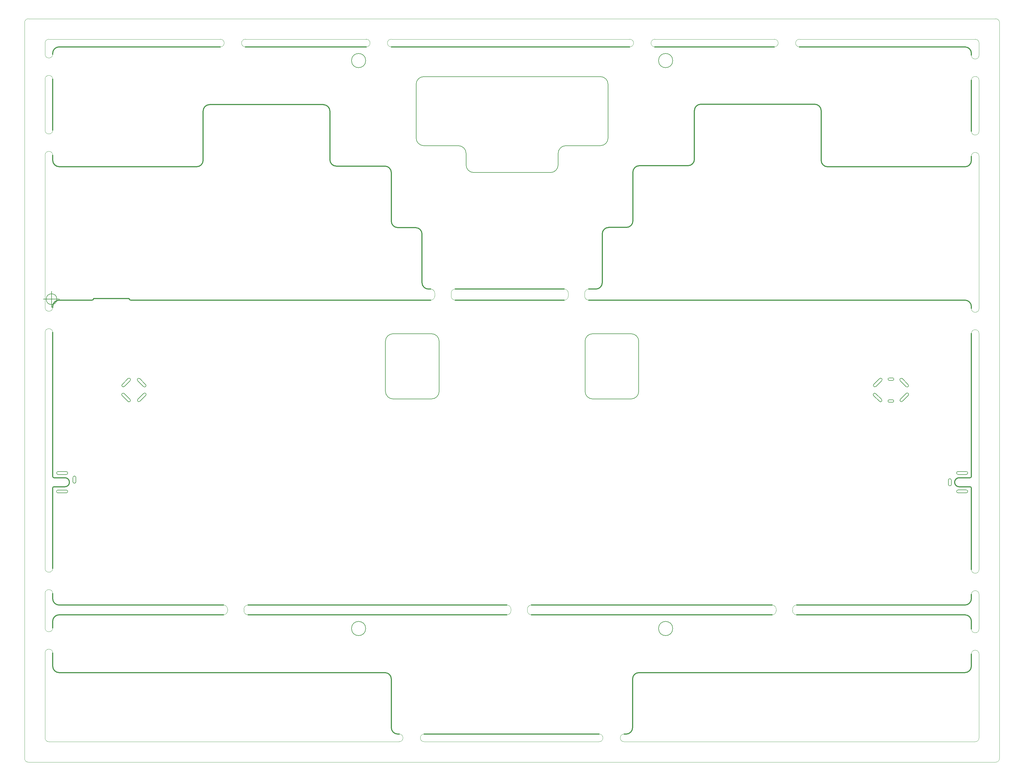
<source format=gm1>
G04 #@! TF.GenerationSoftware,KiCad,Pcbnew,(6.0.10-0)*
G04 #@! TF.CreationDate,2023-02-15T16:22:52+09:00*
G04 #@! TF.ProjectId,Sandy,53616e64-792e-46b6-9963-61645f706362,v.0*
G04 #@! TF.SameCoordinates,Original*
G04 #@! TF.FileFunction,Profile,NP*
%FSLAX46Y46*%
G04 Gerber Fmt 4.6, Leading zero omitted, Abs format (unit mm)*
G04 Created by KiCad (PCBNEW (6.0.10-0)) date 2023-02-15 16:22:52*
%MOMM*%
%LPD*%
G01*
G04 APERTURE LIST*
G04 #@! TA.AperFunction,Profile*
%ADD10C,0.150000*%
G04 #@! TD*
G04 #@! TA.AperFunction,Profile*
%ADD11C,0.300000*%
G04 #@! TD*
G04 #@! TA.AperFunction,Profile*
%ADD12C,0.120000*%
G04 #@! TD*
G04 #@! TA.AperFunction,Profile*
%ADD13C,0.100000*%
G04 #@! TD*
G04 APERTURE END LIST*
D10*
X22725101Y-99631530D02*
G75*
G03*
X22725101Y-99631530I-1666666J0D01*
G01*
X18558435Y-99631530D02*
X23558435Y-99631530D01*
X21058435Y-97131530D02*
X21058435Y-102131530D01*
D11*
X137983435Y-96500240D02*
X138660935Y-96498133D01*
D12*
X80727185Y-196301147D02*
X80727185Y-195799383D01*
D11*
X25208435Y-155031490D02*
X21808435Y-155031490D01*
D10*
X127024060Y-110347155D02*
X138930310Y-110347155D01*
D12*
X19041399Y-20159615D02*
X19041399Y-23617651D01*
D11*
X302608435Y-155031490D02*
X306008435Y-155031490D01*
X21422649Y-23617651D02*
X21408435Y-23350240D01*
D12*
X186444685Y-98661490D02*
X186444685Y-97766026D01*
D11*
X128458435Y-77425240D02*
X133983435Y-77425240D01*
X118676560Y-21350240D02*
X81195935Y-21350240D01*
D10*
X23033475Y-158831890D02*
X25579060Y-158831890D01*
X45458475Y-124881890D02*
X43658475Y-126681890D01*
D11*
X70078435Y-39264454D02*
X105398435Y-39275240D01*
X21422649Y-102198901D02*
X21408435Y-101931490D01*
X201308435Y-232562740D02*
X201308435Y-217487740D01*
D12*
X181364685Y-97768133D02*
X181364685Y-98663597D01*
D10*
X304858475Y-154006890D02*
X302312890Y-154006890D01*
X27696649Y-156306530D02*
X27696648Y-154990233D01*
D11*
X306408435Y-191250115D02*
X306408435Y-192531490D01*
X304408435Y-197562740D02*
X252198435Y-197562740D01*
X302608435Y-157831490D02*
X306008435Y-157831490D01*
D10*
X45358473Y-130681892D02*
X43558472Y-128881893D01*
D11*
X180094685Y-99933597D02*
X146280935Y-99931490D01*
X203408435Y-58222882D02*
X218488435Y-58212882D01*
X68078435Y-56536026D02*
X68078435Y-41264454D01*
D12*
X308789685Y-235753365D02*
X308789685Y-234562740D01*
D13*
X308789685Y-47511990D02*
X308789685Y-31706365D01*
D11*
X306408435Y-213498526D02*
X306408435Y-209728615D01*
X203308435Y-215487740D02*
X304408435Y-215498526D01*
X162314685Y-194531490D02*
X81997185Y-194529383D01*
X135983435Y-94500240D02*
X135983435Y-79425240D01*
D10*
X134167810Y-32956530D02*
X134167810Y-49625250D01*
D12*
X20232024Y-18968990D02*
X73427185Y-18968990D01*
D11*
X23422649Y-215498526D02*
X124462649Y-215487740D01*
D12*
X245848435Y-195803597D02*
X245848435Y-196305361D01*
X126445310Y-18968990D02*
X200432810Y-18968990D01*
D11*
X107398435Y-56350240D02*
X107398435Y-41275240D01*
X304408435Y-194531490D02*
X252198435Y-194531490D01*
X222488435Y-39137882D02*
X257808435Y-39148668D01*
D10*
X304858475Y-159731890D02*
X302312890Y-159731890D01*
D11*
X187714685Y-96496026D02*
X189908435Y-96496026D01*
D12*
X250928435Y-196303254D02*
X250928435Y-195801490D01*
D13*
X308789685Y-234562740D02*
X308789685Y-209728615D01*
D11*
X306408435Y-154631490D02*
X306408435Y-110287615D01*
X261808435Y-58550240D02*
X304408435Y-58564454D01*
X306408435Y-23937615D02*
X306408435Y-23350240D01*
X304408435Y-21350240D02*
X253061560Y-21350240D01*
D10*
X136549060Y-52006645D02*
X147264685Y-52006530D01*
D11*
X193908435Y-77364454D02*
X199408435Y-77354454D01*
D10*
X304787764Y-153087653D02*
X302242179Y-153087654D01*
D11*
X306408435Y-102518865D02*
X306408435Y-101931490D01*
X126462649Y-232562740D02*
X126462649Y-217487740D01*
X23408435Y-99931490D02*
X33608435Y-99931490D01*
D10*
X278508434Y-130681534D02*
X276708433Y-128881535D01*
D11*
X21422649Y-213498526D02*
X21422649Y-209408651D01*
D12*
X139930935Y-97768133D02*
X139930935Y-98663597D01*
X313949060Y-12618990D02*
X13882024Y-12618990D01*
X75647185Y-195801490D02*
X75647185Y-196303254D01*
D11*
X21408435Y-154631490D02*
X21422649Y-109967651D01*
D10*
X188936560Y-130587780D02*
X200842810Y-130587780D01*
D11*
X306408435Y-56564454D02*
X306408435Y-55280740D01*
D13*
X308789685Y-102518865D02*
X308789685Y-55280740D01*
D10*
X186555310Y-112728405D02*
X186555310Y-128206530D01*
X281958435Y-124831530D02*
X280958400Y-124831510D01*
X149645935Y-54387780D02*
X149645935Y-57959612D01*
D11*
X244578435Y-197575361D02*
X169934685Y-197571147D01*
X128462649Y-234562740D02*
X128892810Y-234562740D01*
D10*
X23033475Y-153106890D02*
X25579060Y-153106890D01*
D13*
X315139685Y-21350240D02*
X315139685Y-234562740D01*
D10*
X124642810Y-112728405D02*
X124642810Y-128206530D01*
D12*
X136661560Y-236943990D02*
X190914685Y-236943990D01*
X145010935Y-98661490D02*
X145010935Y-97766026D01*
D11*
X245292810Y-21350240D02*
X208201560Y-21350240D01*
D12*
X315139685Y-234562740D02*
X315139685Y-242103365D01*
D11*
X109398435Y-58350240D02*
X124458435Y-58350240D01*
D10*
X44758476Y-124281891D02*
X42958477Y-126081892D01*
D11*
X21808435Y-157831490D02*
X25208435Y-157831490D01*
X162314685Y-197573254D02*
X81997185Y-197571147D01*
D13*
X308789685Y-201959865D02*
X308789685Y-191250115D01*
D12*
X198683435Y-236943990D02*
X307599060Y-236943990D01*
D13*
X19041399Y-102198901D02*
X19041399Y-54960776D01*
D12*
X163584685Y-195801490D02*
X163584685Y-196303254D01*
D11*
X21422649Y-56521812D02*
X21422649Y-54960776D01*
D13*
X19041399Y-201639901D02*
X19041399Y-190930151D01*
D11*
X220488435Y-56212882D02*
X220488435Y-41137882D01*
D10*
X50308474Y-129481889D02*
X48508474Y-131281889D01*
D13*
X19041399Y-47192026D02*
X19041399Y-31386401D01*
D10*
X188936560Y-110347155D02*
X200842810Y-110347155D01*
X280933435Y-130831172D02*
X281933470Y-130831192D01*
X286158433Y-128881532D02*
X284358434Y-130681533D01*
D12*
X19041399Y-235753365D02*
X19041399Y-234562740D01*
X20232024Y-236943990D02*
X128892810Y-236943990D01*
D11*
X191908435Y-94496026D02*
X191908435Y-79364454D01*
D12*
X168664685Y-196301147D02*
X168664685Y-195799383D01*
D11*
X21422649Y-47192026D02*
X21422649Y-31386401D01*
D10*
X203224060Y-112728405D02*
X203224060Y-128206530D01*
X152027185Y-60340862D02*
X175839685Y-60340947D01*
D12*
X308789685Y-21350240D02*
X308789685Y-23937615D01*
D13*
X308789685Y-183481365D02*
X308789685Y-110287615D01*
D10*
X286158435Y-126781530D02*
X284358435Y-124981530D01*
D12*
X308789685Y-20159615D02*
X308789685Y-21350240D01*
D11*
X198683435Y-234562740D02*
X199308435Y-234562740D01*
X126458435Y-75425240D02*
X126458435Y-60350240D01*
D12*
X315139685Y-21350240D02*
X315139685Y-13809615D01*
D10*
X49608477Y-126781888D02*
X47808477Y-124981888D01*
D13*
X19041399Y-183161401D02*
X19041399Y-109967651D01*
D11*
X73427185Y-21350240D02*
X23408435Y-21350240D01*
D12*
X253061560Y-18968990D02*
X307599060Y-18968990D01*
D10*
X44758474Y-131381891D02*
X42958474Y-129581891D01*
D11*
X259808435Y-56550240D02*
X259808435Y-41148668D01*
X23422649Y-58521812D02*
X66078435Y-58536026D01*
X306408435Y-201959865D02*
X306408435Y-199562740D01*
D12*
X208201560Y-18968990D02*
X245292810Y-18968990D01*
D10*
X281958435Y-124031530D02*
X280958400Y-124031510D01*
D11*
X136661560Y-234562740D02*
X190914685Y-234562740D01*
X244578435Y-194533597D02*
X169934685Y-194529383D01*
X138660935Y-99933597D02*
X45608435Y-99931490D01*
D10*
X300195301Y-155753767D02*
X300195302Y-157070064D01*
D11*
X146280935Y-96496026D02*
X180094685Y-96498133D01*
D12*
X12691399Y-234562740D02*
X12691399Y-242103365D01*
D11*
X74377185Y-197573254D02*
X23408435Y-197562740D01*
D10*
X23104186Y-154026127D02*
X25649771Y-154026126D01*
D11*
X21422649Y-201639901D02*
X21408435Y-199562740D01*
D13*
X12691399Y-234562740D02*
X12691399Y-13809615D01*
X19041399Y-234562740D02*
X19041399Y-209408651D01*
D12*
X313949060Y-243293990D02*
X13882024Y-243293990D01*
D10*
X286758434Y-126081531D02*
X284958433Y-124281532D01*
D11*
X21422649Y-183161401D02*
X21408435Y-158231490D01*
D10*
X193699060Y-32956530D02*
X193699060Y-49625250D01*
X49608475Y-128881890D02*
X47808476Y-130681891D01*
X50208476Y-126081889D02*
X48408475Y-124281890D01*
X178220935Y-54387865D02*
X178220935Y-57959697D01*
D11*
X201408435Y-75354454D02*
X201408435Y-60222882D01*
D10*
X280933435Y-131631172D02*
X281933470Y-131631192D01*
D12*
X81195935Y-18968990D02*
X118676560Y-18968990D01*
D11*
X34108435Y-99431490D02*
X45108435Y-99431490D01*
X126445310Y-21350240D02*
X200432810Y-21350240D01*
D10*
X304787764Y-158812653D02*
X302242179Y-158812654D01*
D11*
X74377185Y-194531490D02*
X23408435Y-194531490D01*
D10*
X299276065Y-155824479D02*
X299276066Y-157140775D01*
X180602185Y-52006615D02*
X191317810Y-52006500D01*
X28615885Y-156235818D02*
X28615884Y-154919522D01*
D11*
X306408435Y-47511990D02*
X306408435Y-31706365D01*
D10*
X286858432Y-129481531D02*
X285058432Y-131281531D01*
X277908435Y-131381533D02*
X276108435Y-129581533D01*
D11*
X306408435Y-158231490D02*
X306408435Y-183481365D01*
X21408435Y-192531490D02*
X21422649Y-190930151D01*
D10*
X127024060Y-130587780D02*
X138930310Y-130587780D01*
D11*
X304408435Y-99931490D02*
X187714685Y-99931490D01*
D10*
X277908437Y-124281533D02*
X276108438Y-126081534D01*
X136549060Y-30575280D02*
X191317810Y-30575280D01*
X23104186Y-159751127D02*
X25649771Y-159751126D01*
X278608436Y-124881532D02*
X276808436Y-126681532D01*
X141311560Y-112728405D02*
X141311560Y-128206530D01*
D11*
X26608435Y-156431490D02*
G75*
G03*
X25208435Y-155031490I-1400002J-2D01*
G01*
D12*
X190914685Y-236944000D02*
G75*
G03*
X190914685Y-234562740I0J1190630D01*
G01*
D11*
X218488435Y-58212830D02*
G75*
G03*
X220488435Y-56212882I100J1999900D01*
G01*
X306408425Y-23350240D02*
G75*
G03*
X304408435Y-21350240I-2000090J-90D01*
G01*
X304408435Y-194531530D02*
G75*
G03*
X306408435Y-192531490I0J2000000D01*
G01*
D12*
X306408435Y-23937615D02*
G75*
G03*
X308789685Y-23937615I1190625J0D01*
G01*
D11*
X25208435Y-157831490D02*
G75*
G03*
X26608435Y-156431490I-2J1400002D01*
G01*
X135983435Y-79425240D02*
G75*
G03*
X133983435Y-77425240I-1999999J1D01*
G01*
D12*
X180094685Y-99933600D02*
G75*
G03*
X181364685Y-98663597I0J1270000D01*
G01*
D11*
X21808435Y-157831490D02*
G75*
G03*
X21408435Y-158231490I-1J-399999D01*
G01*
D12*
X308789685Y-209728615D02*
G75*
G03*
X306408435Y-209728615I-1190625J0D01*
G01*
D10*
X149645935Y-54387780D02*
G75*
G03*
X147264685Y-52006530I-2381199J51D01*
G01*
X47808475Y-130681890D02*
G75*
G03*
X48508473Y-131281888I350014J-299981D01*
G01*
D12*
X313949060Y-243293980D02*
G75*
G03*
X315139685Y-242103365I75J1190550D01*
G01*
X198683435Y-234562750D02*
G75*
G03*
X198683435Y-236943990I0J-1190620D01*
G01*
D11*
X259808497Y-41148668D02*
G75*
G03*
X257808435Y-39148668I-1999962J38D01*
G01*
D12*
X308789685Y-31706365D02*
G75*
G03*
X306408435Y-31706365I-1190625J0D01*
G01*
X306408435Y-183481365D02*
G75*
G03*
X308789685Y-183481365I1190625J0D01*
G01*
D11*
X306008435Y-155031530D02*
G75*
G03*
X306408435Y-154631490I0J400000D01*
G01*
D12*
X19041399Y-235753365D02*
G75*
G03*
X20232024Y-236943990I1190581J-44D01*
G01*
X315139675Y-13809615D02*
G75*
G03*
X313949060Y-12618990I-1190640J-15D01*
G01*
X208201560Y-18969020D02*
G75*
G03*
X208201560Y-21350240I-25J-1190610D01*
G01*
D11*
X189908435Y-96496030D02*
G75*
G03*
X191908435Y-94496026I80J1999920D01*
G01*
D12*
X74377185Y-197573254D02*
G75*
G03*
X75647185Y-196303254I1J1269999D01*
G01*
X21422649Y-109967651D02*
G75*
G03*
X19041399Y-109967651I-1190625J0D01*
G01*
D10*
X23033475Y-153106891D02*
G75*
G03*
X23104187Y-154026127I35345J-459619D01*
G01*
X134167810Y-49625250D02*
G75*
G03*
X136549060Y-52006500I2381168J-82D01*
G01*
X281933470Y-131631268D02*
G75*
G03*
X281933470Y-130831192I-135J400038D01*
G01*
X193699055Y-32956530D02*
G75*
G03*
X191317810Y-30575280I-2381270J-20D01*
G01*
D12*
X80727185Y-196301147D02*
G75*
G03*
X81997185Y-197571147I1270011J11D01*
G01*
D10*
X281958435Y-124831530D02*
G75*
G03*
X281958435Y-124031530I100J400000D01*
G01*
D11*
X23408435Y-197562740D02*
G75*
G03*
X21408435Y-199562740I-1J-1999999D01*
G01*
D12*
X139930935Y-97768133D02*
G75*
G03*
X138660935Y-96498133I-1269999J1D01*
G01*
D11*
X126458435Y-60350240D02*
G75*
G03*
X124458435Y-58350240I-1999999J1D01*
G01*
D10*
X286158366Y-126781611D02*
G75*
G03*
X286758434Y-126081531I299869J350181D01*
G01*
X124642810Y-128206530D02*
G75*
G03*
X127024060Y-130587780I2381247J-3D01*
G01*
X175839685Y-60340950D02*
G75*
G03*
X178220935Y-57959697I30J2381220D01*
G01*
X27696649Y-156306530D02*
G75*
G03*
X28615885Y-156235818I459622J35300D01*
G01*
D11*
X199308435Y-234562730D02*
G75*
G03*
X201308435Y-232562740I0J2000000D01*
G01*
X306408475Y-158231490D02*
G75*
G03*
X306008435Y-157831490I-400040J-40D01*
G01*
D10*
X127024060Y-110347155D02*
G75*
G03*
X124642810Y-112728405I-89J-2381161D01*
G01*
D11*
X126462649Y-232562740D02*
G75*
G03*
X128462649Y-234562740I1999999J-1D01*
G01*
D12*
X126445310Y-18968990D02*
G75*
G03*
X126445310Y-21350240I0J-1190625D01*
G01*
X308789675Y-20159615D02*
G75*
G03*
X307599060Y-18968990I-1190640J-15D01*
G01*
D10*
X276708366Y-128881613D02*
G75*
G03*
X276108436Y-129581532I-300131J-349817D01*
G01*
D11*
X107398435Y-56350240D02*
G75*
G03*
X109398435Y-58350240I1999999J-1D01*
G01*
D12*
X186444675Y-98661490D02*
G75*
G03*
X187714685Y-99931490I1269960J-40D01*
G01*
X162314685Y-197573254D02*
G75*
G03*
X163584685Y-196303254I1J1269999D01*
G01*
X75647185Y-195801490D02*
G75*
G03*
X74377185Y-194531490I-1269999J1D01*
G01*
X306408435Y-47511990D02*
G75*
G03*
X308789685Y-47511990I1190625J0D01*
G01*
D11*
X304408435Y-58564530D02*
G75*
G03*
X306408435Y-56564454I-100J2000100D01*
G01*
X193908435Y-77364450D02*
G75*
G03*
X191908435Y-79364454I-60J-1999940D01*
G01*
X70078435Y-39264454D02*
G75*
G03*
X68078435Y-41264454I-1J-1999999D01*
G01*
D12*
X306408435Y-201959865D02*
G75*
G03*
X308789685Y-201959865I1190625J0D01*
G01*
D11*
X302608435Y-155031530D02*
G75*
G03*
X301208435Y-156431490I0J-1400000D01*
G01*
D12*
X118676560Y-21350240D02*
G75*
G03*
X118676560Y-18968990I0J1190625D01*
G01*
X21422649Y-190930151D02*
G75*
G03*
X19041399Y-190930151I-1190625J0D01*
G01*
D10*
X280958400Y-124031550D02*
G75*
G03*
X280958400Y-124831510I135J-399980D01*
G01*
D12*
X145010935Y-98661490D02*
G75*
G03*
X146280935Y-99931490I1269999J-1D01*
G01*
D10*
X278608449Y-124881543D02*
G75*
G03*
X277908437Y-124281533I-349914J300113D01*
G01*
D12*
X181364682Y-97768133D02*
G75*
G03*
X180094685Y-96498133I-1269997J3D01*
G01*
D10*
X45458474Y-124881889D02*
G75*
G03*
X44758476Y-124281891I-349984J300016D01*
G01*
D12*
X245848468Y-195803597D02*
G75*
G03*
X244578435Y-194533597I-1270033J-33D01*
G01*
D11*
X23408435Y-21350240D02*
G75*
G03*
X21408435Y-23350240I-1J-1999999D01*
G01*
D12*
X250928411Y-196303254D02*
G75*
G03*
X252198435Y-197573254I1270024J24D01*
G01*
D11*
X304408435Y-215498530D02*
G75*
G03*
X306408435Y-213498526I-100J2000100D01*
G01*
X45108435Y-99431490D02*
G75*
G03*
X45608435Y-99931490I500001J1D01*
G01*
D12*
X21422649Y-31386401D02*
G75*
G03*
X19041399Y-31386401I-1190625J0D01*
G01*
D11*
X259808425Y-56550240D02*
G75*
G03*
X261808435Y-58550240I1999910J-90D01*
G01*
D10*
X149645935Y-57959612D02*
G75*
G03*
X152027185Y-60340862I2381223J-27D01*
G01*
D11*
X21408435Y-154631490D02*
G75*
G03*
X21808435Y-155031490I399999J-1D01*
G01*
X23408435Y-99931490D02*
G75*
G03*
X21408435Y-101931490I-1J-1999999D01*
G01*
D10*
X188936560Y-110347155D02*
G75*
G03*
X186555310Y-112728405I-85J-2381165D01*
G01*
X284958364Y-124281613D02*
G75*
G03*
X284358436Y-124981529I-300129J-349817D01*
G01*
X203224010Y-112728405D02*
G75*
G03*
X200842810Y-110347155I-2381275J-25D01*
G01*
D11*
X126458435Y-75425240D02*
G75*
G03*
X128458435Y-77425240I1999999J-1D01*
G01*
D10*
X304858468Y-159731795D02*
G75*
G03*
X304787763Y-158812653I-35433J459565D01*
G01*
X141311560Y-112728405D02*
G75*
G03*
X138930310Y-110347155I-2381318J-68D01*
G01*
D12*
X168664688Y-196301147D02*
G75*
G03*
X169934685Y-197571147I1270007J7D01*
G01*
D10*
X138930310Y-130587780D02*
G75*
G03*
X141311560Y-128206530I78J2381172D01*
G01*
X302242172Y-158812557D02*
G75*
G03*
X302312891Y-159731889I35263J-459673D01*
G01*
X136549060Y-30575280D02*
G75*
G03*
X134167810Y-32956530I-44J-2381206D01*
G01*
D12*
X252198435Y-194531530D02*
G75*
G03*
X250928435Y-195801490I0J-1270000D01*
G01*
D10*
X186555315Y-128206530D02*
G75*
G03*
X188936560Y-130587780I2381180J-70D01*
G01*
X276108450Y-126081544D02*
G75*
G03*
X276808435Y-126681531I350085J-299886D01*
G01*
X304858468Y-154006795D02*
G75*
G03*
X304787763Y-153087653I-35433J459565D01*
G01*
X191317810Y-52006505D02*
G75*
G03*
X193699060Y-49625250I-75J2381325D01*
G01*
X302242172Y-153087557D02*
G75*
G03*
X302312891Y-154006889I35263J-459673D01*
G01*
X50308472Y-129481887D02*
G75*
G03*
X49608475Y-128881890I-349983J300016D01*
G01*
D12*
X20232024Y-18968990D02*
G75*
G03*
X19041399Y-20159615I0J-1190625D01*
G01*
D11*
X135983435Y-94500240D02*
G75*
G03*
X137983435Y-96500240I1999999J-1D01*
G01*
X203408435Y-58222880D02*
G75*
G03*
X201408435Y-60222882I-10J-1999990D01*
G01*
D12*
X81997185Y-194529383D02*
G75*
G03*
X80727185Y-195799383I12J-1270012D01*
G01*
X21422649Y-209408651D02*
G75*
G03*
X19041399Y-209408651I-1190625J0D01*
G01*
D11*
X21408435Y-192531490D02*
G75*
G03*
X23408435Y-194531490I1999999J-1D01*
G01*
X21422649Y-56521812D02*
G75*
G03*
X23422649Y-58521812I1999999J-1D01*
G01*
D12*
X128892810Y-236943990D02*
G75*
G03*
X128892810Y-234562740I0J1190625D01*
G01*
D11*
X301208475Y-156431490D02*
G75*
G03*
X302608435Y-157831490I1399960J-40D01*
G01*
D12*
X308789685Y-55280740D02*
G75*
G03*
X306408435Y-55280740I-1190625J0D01*
G01*
D11*
X126462649Y-217487740D02*
G75*
G03*
X124462649Y-215487740I-1999999J1D01*
G01*
D12*
X307599060Y-236943980D02*
G75*
G03*
X308789685Y-235753365I75J1190550D01*
G01*
X19041399Y-183161401D02*
G75*
G03*
X21422649Y-183161401I1190625J0D01*
G01*
D10*
X44758476Y-131381889D02*
G75*
G03*
X45358473Y-130681892I299923J350063D01*
G01*
X25649771Y-154026128D02*
G75*
G03*
X25579059Y-153106891I-35350J459619D01*
G01*
X286858450Y-129481546D02*
G75*
G03*
X286158433Y-128881532I-349915J300116D01*
G01*
D12*
X308789685Y-191250115D02*
G75*
G03*
X306408435Y-191250115I-1190625J0D01*
G01*
D10*
X180602185Y-52006620D02*
G75*
G03*
X178220935Y-54387865I-100J-2381150D01*
G01*
D12*
X308789685Y-110287615D02*
G75*
G03*
X306408435Y-110287615I-1190625J0D01*
G01*
D11*
X306408475Y-101931490D02*
G75*
G03*
X304408435Y-99931490I-2000040J-40D01*
G01*
D12*
X19041399Y-102198901D02*
G75*
G03*
X21422649Y-102198901I1190625J0D01*
G01*
D10*
X280933435Y-130831088D02*
G75*
G03*
X280933435Y-131631172I-100J-400042D01*
G01*
D12*
X169934685Y-194529390D02*
G75*
G03*
X168664685Y-195799383I10J-1270010D01*
G01*
D10*
X299275967Y-157140783D02*
G75*
G03*
X300195301Y-157070063I459668J35353D01*
G01*
D12*
X253061560Y-18969020D02*
G75*
G03*
X253061560Y-21350240I-25J-1190610D01*
G01*
D11*
X203308435Y-215487730D02*
G75*
G03*
X201308435Y-217487740I0J-2000000D01*
G01*
D10*
X200842810Y-130587755D02*
G75*
G03*
X203224060Y-128206530I25J2381225D01*
G01*
X48408475Y-124281890D02*
G75*
G03*
X47808478Y-124981887I-300071J-349936D01*
G01*
D12*
X19041399Y-47192026D02*
G75*
G03*
X21422649Y-47192026I1190625J0D01*
G01*
X21422649Y-54960776D02*
G75*
G03*
X19041399Y-54960776I-1190625J0D01*
G01*
D10*
X23033475Y-158831891D02*
G75*
G03*
X23104187Y-159751127I35345J-459619D01*
G01*
D12*
X245292810Y-21350270D02*
G75*
G03*
X245292810Y-18968990I25J1190640D01*
G01*
X12691399Y-242103365D02*
G75*
G03*
X13882024Y-243293990I1190625J0D01*
G01*
D10*
X284358452Y-130681548D02*
G75*
G03*
X285058431Y-131281530I350083J-299882D01*
G01*
X300195204Y-155753774D02*
G75*
G03*
X299276065Y-155824479I-459569J-35356D01*
G01*
D11*
X66078435Y-58536026D02*
G75*
G03*
X68078435Y-56536026I1J1999999D01*
G01*
X222488435Y-39137830D02*
G75*
G03*
X220488435Y-41137882I100J-2000100D01*
G01*
D10*
X277908368Y-131381611D02*
G75*
G03*
X278508434Y-130681534I299867J350181D01*
G01*
D12*
X19041399Y-23617651D02*
G75*
G03*
X21422649Y-23617651I1190625J0D01*
G01*
X81195935Y-18968990D02*
G75*
G03*
X81195935Y-21350240I0J-1190625D01*
G01*
X138660935Y-99933597D02*
G75*
G03*
X139930935Y-98663597I1J1269999D01*
G01*
X13882024Y-12618990D02*
G75*
G03*
X12691399Y-13809615I0J-1190625D01*
G01*
D11*
X306408425Y-199562740D02*
G75*
G03*
X304408435Y-197562740I-1999890J110D01*
G01*
D12*
X187714685Y-96496080D02*
G75*
G03*
X186444685Y-97766026I-50J-1269950D01*
G01*
D10*
X28615885Y-154919522D02*
G75*
G03*
X27696649Y-154990234I-459613J-35418D01*
G01*
D12*
X19041399Y-201639901D02*
G75*
G03*
X21422649Y-201639901I1190625J0D01*
G01*
D11*
X107398435Y-41275240D02*
G75*
G03*
X105398435Y-39275240I-1999999J1D01*
G01*
D12*
X163584685Y-195801490D02*
G75*
G03*
X162314685Y-194531490I-1269999J1D01*
G01*
D11*
X199408435Y-77354460D02*
G75*
G03*
X201408435Y-75354454I-70J2000070D01*
G01*
D10*
X49608478Y-126781887D02*
G75*
G03*
X50208476Y-126081889I299926J350061D01*
G01*
X25649771Y-159751128D02*
G75*
G03*
X25579059Y-158831891I-35350J459619D01*
G01*
D11*
X21422649Y-213498526D02*
G75*
G03*
X23422649Y-215498526I1999999J-1D01*
G01*
D10*
X42958477Y-126081892D02*
G75*
G03*
X43658474Y-126681889I350013J-299981D01*
G01*
D12*
X136661560Y-234562740D02*
G75*
G03*
X136661560Y-236943990I0J-1190625D01*
G01*
X146280935Y-96496026D02*
G75*
G03*
X145010935Y-97766026I-1J-1269999D01*
G01*
X200432810Y-21350250D02*
G75*
G03*
X200432810Y-18968990I5J1190630D01*
G01*
X306408435Y-102518865D02*
G75*
G03*
X308789685Y-102518865I1190625J0D01*
G01*
D11*
X33608435Y-99931490D02*
G75*
G03*
X34108435Y-99431490I-1J500001D01*
G01*
D10*
X43558473Y-128881891D02*
G75*
G03*
X42958475Y-129581890I-300074J-349935D01*
G01*
D12*
X244578435Y-197575330D02*
G75*
G03*
X245848435Y-196305361I0J1270000D01*
G01*
X73427185Y-21350240D02*
G75*
G03*
X73427185Y-18968990I0J1190625D01*
G01*
D10*
X118508435Y-25600240D02*
G75*
G03*
X118508435Y-25600240I-2200000J0D01*
G01*
X213758435Y-25600240D02*
G75*
G03*
X213758435Y-25600240I-2200000J0D01*
G01*
X118508435Y-201812740D02*
G75*
G03*
X118508435Y-201812740I-2200000J0D01*
G01*
X213758435Y-201812740D02*
G75*
G03*
X213758435Y-201812740I-2200000J0D01*
G01*
M02*

</source>
